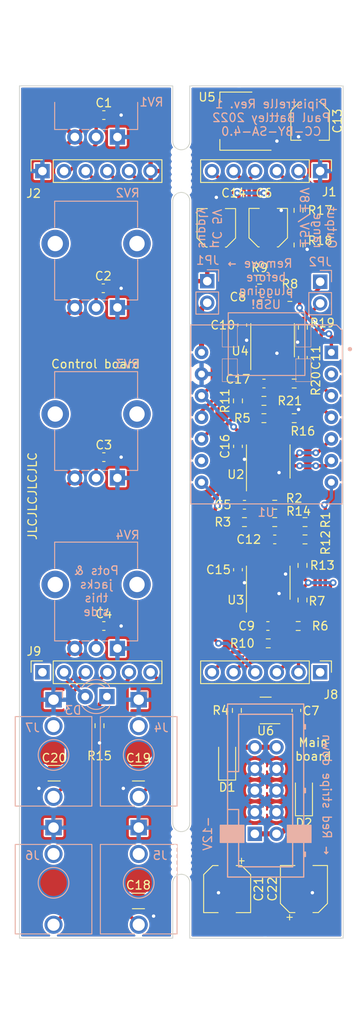
<source format=kicad_pcb>
(kicad_pcb (version 20211014) (generator pcbnew)
  (layers (0 "F.Cu" signal) (31 "B.Cu" signal) (34 "B.Paste" user) (35 "F.Paste" user) (36 "B.SilkS" user "B.Silkscreen") (37 "F.SilkS" user "F.Silkscreen") (38 "B.Mask" user) (39 "F.Mask" user) (44 "Edge.Cuts" user))
  (net 0 "")
  (net 1 "+12V")
  (net 2 "GND")
  (net 3 "+5V")
  (net 4 "/CONN_POTA")
  (net 5 "/CONN_POTB")
  (net 6 "/CONN_POTC")
  (net 7 "/CONN_POTD")
  (net 8 "/AUDIO_OUT")
  (net 9 "-12V")
  (net 10 "/VREF_-10")
  (net 11 "+3V3")
  (net 12 "/CV1_IN")
  (net 13 "/CV2_IN")
  (net 14 "/VOCT_IN")
  (net 15 "/JACK_VOCT")
  (net 16 "/JACK_CV1")
  (net 17 "/JACK_CV2")
  (net 18 "/JACK_OUT")
  (net 19 "Net-(C5-Pad1)")
  (net 20 "Net-(C8-Pad2)")
  (net 21 "Net-(C8-Pad1)")
  (net 22 "Net-(C9-Pad1)")
  (net 23 "Net-(C12-Pad1)")
  (net 29 "/CONN_LED")
  (net 30 "/LED")
  (net 31 "Net-(D3-Pad1)")
  (net 32 "GND1")
  (net 33 "/VBIAS")
  (net 34 "/CONN_CV1")
  (net 35 "/CONN_VOCT")
  (net 36 "/CONN_OUT")
  (net 37 "/CONN_CV2")
  (net 38 "/POTA_IN")
  (net 39 "/POTB_IN")
  (net 40 "/POTC_IN")
  (net 41 "/CONN_3V3")
  (net 42 "/POTD_IN")
  (net 44 "Net-(JP1-Pad2)")
  (net 45 "Net-(JP2-Pad2)")
  (net 46 "Net-(R16-Pad1)")
  (net 47 "Net-(U2-Pad6)")
  (net 48 "Net-(C17-Pad2)")
  (net 49 "Net-(C17-Pad1)")
  (net 52 "Net-(D1-Pad2)")
  (net 53 "Net-(D2-Pad1)")
  (footprint "Resistor_SMD:R_0603_1608Metric" (layer "F.Cu") (at 183.528 101.181 180)
    (fp_text reference "R1")
    (fp_text value "100k")
  )
  (footprint "Capacitor_SMD:C_0603_1608Metric" (layer "F.Cu") (at 178.704773 84.925)
    (fp_text reference "C17")
    (fp_text value "47p")
  )
  (footprint "Capacitor_SMD:CP_Elec_5x5.9" (layer "F.Cu") (at 183.401 144.234 90)
    (fp_text reference "C22")
    (fp_text value "22u")
  )
  (footprint "Resistor_SMD:R_0603_1608Metric" (layer "F.Cu") (at 178.194 72.733)
    (fp_text reference "R9")
    (fp_text value "100k")
  )
  (footprint "Resistor_SMD:R_0603_1608Metric" (layer "F.Cu") (at 179.972 101.181 180)
    (fp_text reference "R14")
    (fp_text value "56k")
  )
  (footprint "Capacitor_SMD:C_1206_3216Metric" (layer "F.Cu") (at 163.97 145.631)
    (fp_text reference "C18")
    (fp_text value "1n")
  )
  (footprint "Resistor_SMD:R_0603_1608Metric" (layer "F.Cu") (at 179.972 99.149 180)
    (fp_text reference "R2")
    (fp_text value "200k")
  )
  (footprint "Connector_PinSocket_2.54mm:PinSocket_1x06_P2.54mm_Vertical" (layer "F.Cu") (at 152.6964 60 90)
    (fp_text reference "J2")
    (fp_text value "C2F")
  )
  (footprint "Capacitor_SMD:C_1206_3216Metric" (layer "F.Cu") (at 154.064 130.645 180)
    (fp_text reference "C20")
    (fp_text value "1n")
  )
  (footprint "Resistor_SMD:R_0603_1608Metric" (layer "F.Cu") (at 182.766 68.669 -90)
    (fp_text reference "R18")
    (fp_text value "100k")
  )
  (footprint "Capacitor_SMD:C_0603_1608Metric" (layer "F.Cu") (at 182.512 123.279 -90)
    (fp_text reference "C7")
    (fp_text value "100n")
  )
  (footprint "Resistor_SMD:R_0603_1608Metric" (layer "F.Cu") (at 178.702 88.989)
    (fp_text reference "R5")
    (fp_text value "100k")
  )
  (footprint "Resistor_SMD:R_0603_1608Metric" (layer "F.Cu") (at 182.258 84.925)
    (fp_text reference "R20")
    (fp_text value "20k")
  )
  (footprint "Capacitor_SMD:C_0603_1608Metric" (layer "F.Cu") (at 176.416 99.149 180)
    (fp_text reference "C5")
    (fp_text value "47p")
  )
  (footprint "Resistor_SMD:R_0603_1608Metric" (layer "F.Cu") (at 182.766 64.605 -90)
    (fp_text reference "R17")
    (fp_text value "300k")
  )
  (footprint "Capacitor_SMD:C_0603_1608Metric" (layer "F.Cu") (at 176.162 78.067 -90)
    (fp_text reference "C10")
    (fp_text value "100n")
  )
  (footprint "Personal:Mouse_bite_2x5mm" (layer "F.Cu") (at 169 60 -90)
    (fp_text reference "H2" hide)
    (fp_text value "Mousebite" hide)
  )
  (footprint "Capacitor_SMD:C_0603_1608Metric" (layer "F.Cu") (at 175.654 106.769 -90)
    (fp_text reference "C15")
    (fp_text value "100n")
  )
  (footprint "Resistor_SMD:R_0603_1608Metric" (layer "F.Cu") (at 182.258 88.989)
    (fp_text reference "R16")
    (fp_text value "100k")
  )
  (footprint "Capacitor_SMD:C_0603_1608Metric" (layer "F.Cu") (at 159.906 113.373)
    (fp_text reference "C4")
    (fp_text value "100n")
  )
  (footprint "Connector_PinHeader_2.54mm:PinHeader_1x06_P2.54mm_Vertical" (layer "F.Cu") (at 185.3 118.8 -90)
    (fp_text reference "J8")
    (fp_text value "C1M")
  )
  (footprint "Resistor_SMD:R_0603_1608Metric" (layer "F.Cu") (at 159.398 125.0692 -90)
    (fp_text reference "R15")
    (fp_text value "1k")
  )
  (footprint "Resistor_SMD:R_0603_1608Metric" (layer "F.Cu") (at 179.21 115.405 180)
    (fp_text reference "R10")
    (fp_text value "33k")
  )
  (footprint "Resistor_SMD:R_0603_1608Metric" (layer "F.Cu") (at 175.527 123.279 90)
    (fp_text reference "R4")
    (fp_text value "2.2k")
  )
  (footprint "Capacitor_SMD:C_Elec_4x5.4" (layer "F.Cu") (at 184.1264 54.1199 -90)
    (fp_text reference "C13")
    (fp_text value "10u")
  )
  (footprint "Capacitor_SMD:C_0603_1608Metric" (layer "F.Cu") (at 178.194 74.765)
    (fp_text reference "C8")
    (fp_text value "47p")
  )
  (footprint "Capacitor_SMD:C_1206_3216Metric" (layer "F.Cu") (at 163.97 130.645 180)
    (fp_text reference "C19")
    (fp_text value "1n")
  )
  (footprint "Capacitor_SMD:C_Elec_4x5.4" (layer "F.Cu") (at 173.114 66.6573 90)
    (fp_text reference "C14")
    (fp_text value "10u")
  )
  (footprint "Connector_PinHeader_2.54mm:PinHeader_1x06_P2.54mm_Vertical" (layer "F.Cu") (at 185.3 60 -90)
    (fp_text reference "J1")
    (fp_text value "C2M")
  )
  (footprint "Package_SO:SOIC-8_3.9x4.9mm_P1.27mm" (layer "F.Cu") (at 179.21 108.293 90)
    (fp_text reference "U3")
    (fp_text value "MCP6002-xSN")
  )
  (footprint "Capacitor_SMD:C_0603_1608Metric" (layer "F.Cu") (at 159.8419 73.749)
    (fp_text reference "C2")
    (fp_text value "100n")
  )
  (footprint "Resistor_SMD:R_0603_1608Metric" (layer "F.Cu") (at 183.528 103.213 180)
    (fp_text reference "R12")
    (fp_text value "100k")
  )
  (footprint "Package_TO_SOT_SMD:SOT-223-3_TabPin2" (layer "F.Cu") (at 175.4392 54.139 180)
    (fp_text reference "U5")
    (fp_text value "LM1117-5.0")
  )
  (footprint "Connector_PinSocket_2.54mm:PinSocket_1x06_P2.54mm_Vertical" (layer "F.Cu") (at 152.6964 118.8 90)
    (fp_text reference "J9")
    (fp_text value "C1F")
  )
  (footprint "Personal:Mouse_bite_2x5mm" (layer "F.Cu") (at 169 140 90)
    (fp_text reference "H1" hide)
    (fp_text value "Mousebite" hide)
  )
  (footprint "Capacitor_SMD:C_0603_1608Metric" (layer "F.Cu") (at 183.274 81.877 -90)
    (fp_text reference "C11")
    (fp_text value "100n")
  )
  (footprint "Resistor_SMD:R_0603_1608Metric" (layer "F.Cu") (at 181.75 74.765)
    (fp_text reference "R8")
    (fp_text value "100k")
  )
  (footprint "Resistor_SMD:R_0603_1608Metric" (layer "F.Cu") (at 183.23244 106.261 90)
    (fp_text reference "R13")
    (fp_text value "180k")
  )
  (footprint "Resistor_SMD:R_0603_1608Metric" (layer "F.Cu") (at 183.274 78.321 90)
    (fp_text reference "R19")
    (fp_text value "13k")
  )
  (footprint "Personal:SOD-123FL" (layer "F.Cu") (at 174.384 129.248 90)
    (fp_text reference "D1")
    (fp_text value "SM4007PL")
  )
  (footprint "Resistor_SMD:R_0603_1608Metric" (layer "F.Cu") (at 176.416 101.181 180)
    (fp_text reference "R3")
    (fp_text value "33k")
  )
  (footprint "Resistor_SMD:R_0603_1608Metric" (layer "F.Cu") (at 183.23244 110.325 -90)
    (fp_text reference "R7")
    (fp_text value "200k")
  )
  (footprint "Resistor_SMD:R_0603_1608Metric" (layer "F.Cu") (at 178.702 86.957)
    (fp_text reference "R21")
    (fp_text value "100k")
  )
  (footprint "Capacitor_SMD:C_0603_1608Metric" (layer "F.Cu") (at 179.16844 113.373 180)
    (fp_text reference "C9")
    (fp_text value "47p")
  )
  (footprint "Capacitor_SMD:C_0603_1608Metric" (layer "F.Cu") (at 179.972 103.213 180)
    (fp_text reference "C12")
    (fp_text value "47p")
  )
  (footprint "Capacitor_SMD:C_0603_1608Metric" (layer "F.Cu") (at 159.906 53.429)
    (fp_text reference "C1")
    (fp_text value "100n")
  )
  (footprint "Personal:SOD-123FL" (layer "F.Cu") (at 183.401 133.439 90)
    (fp_text reference "D2")
    (fp_text value "SM4007PL")
  )
  (footprint "Capacitor_SMD:C_Elec_4x5.4" (layer "F.Cu") (at 179.21 66.637 90)
    (fp_text reference "C6")
    (fp_text value "1u")
  )
  (footprint "Resistor_SMD:R_0603_1608Metric" (layer "F.Cu") (at 175.654 86.957 90)
    (fp_text reference "R11")
    (fp_text value "1k")
  )
  (footprint "Capacitor_SMD:CP_Elec_5x5.9" (layer "F.Cu") (at 174.384 144.24 -90)
    (fp_text reference "C21")
    (fp_text value "22u")
  )
  (footprint "Capacitor_SMD:C_0603_1608Metric" (layer "F.Cu") (at 175.654 92.291 -90)
    (fp_text reference "C16")
    (fp_text value "100n")
  )
  (footprint "Package_SO:SOIC-8_3.9x4.9mm_P1.27mm" (layer "F.Cu") (at 179.718 79.845 90)
    (fp_text reference "U4")
    (fp_text value "TL072")
  )
  (footprint "Capacitor_SMD:C_0603_1608Metric" (layer "F.Cu") (at 159.906 93.561)
    (fp_text reference "C3")
    (fp_text value "100n")
  )
  (footprint "Package_TO_SOT_SMD:SOT-23" (layer "F.Cu") (at 178.9029 123.279 180)
    (fp_text reference "U6")
    (fp_text value "LM4040DBZ-10")
  )
  (footprint "Resistor_SMD:R_0603_1608Metric" (layer "F.Cu") (at 182.72444 113.373 180)
    (fp_text reference "R6")
    (fp_text value "100k")
  )
  (footprint "Package_SO:SOIC-8_3.9x4.9mm_P1.27mm" (layer "F.Cu") (at 179.21 94.069 90)
    (fp_text reference "U2")
    (fp_text value "MCP6002-xSN")
  )
  (footprint "Personal:Seeeduino_XIAO_THT" (layer "B.Cu") (at 179 88.8874 180)
    (fp_text reference "U1")
    (fp_text value "SeeeduinoXIAO")
  )
  (footprint "Personal:Thonkiconn" (layer "B.Cu") (at 164 143.5 180)
    (fp_text reference "J5")
    (fp_text value "V/OCT")
  )
  (footprint "Personal:Thonkiconn" (layer "B.Cu") (at 154 143.5 180)
    (fp_text reference "J6")
    (fp_text value "OUT")
  )
  (footprint "Connector_PinHeader_2.54mm:PinHeader_1x02_P2.54mm_Vertical" (layer "B.Cu") (at 172.0472 72.9108 180)
    (fp_text reference "JP1")
    (fp_text value "5V")
  )
  (footprint "Personal:Thonkiconn" (layer "B.Cu") (at 164 128.5 180)
    (fp_text reference "J4")
    (fp_text value "CV1")
  )
  (footprint "Personal:Eurorack_10_pin_header" (layer "B.Cu") (at 177.6352 137.757 90)
    (fp_text reference "J3" hide)
    (fp_text value "Eurorack Power")
  )
  (footprint "Personal:Thonkiconn" (layer "B.Cu") (at 154 128.5 180)
    (fp_text reference "J7")
    (fp_text value "CV2")
  )
  (footprint "Connector_PinHeader_2.54mm:PinHeader_1x02_P2.54mm_Vertical" (layer "B.Cu") (at 185.306 72.982 180)
    (fp_text reference "JP2")
    (fp_text value "Output range")
  )
  (footprint "LED_THT:LED_D3.0mm" (layer "B.Cu") (at 160.2666 121.6534 180)
    (fp_text reference "D3")
    (fp_text value "LED")
  )
  (footprint "Personal:Alpha_9mm_Pot" (layer "B.Cu") (at 159 68.5 180)
    (fp_text reference "RV2")
    (fp_text value "B10k")
  )
  (footprint "Personal:Alpha_9mm_Pot" (layer "B.Cu") (at 159 108.5 180)
    (fp_text reference "RV4")
    (fp_text value "B10k")
  )
  (footprint "Personal:Alpha_9mm_Pot_Overhanging" (layer "B.Cu") (at 159 48.5 180)
    (fp_text reference "RV1")
    (fp_text value "B10k")
  )
  (footprint "Personal:Alpha_9mm_Pot" (layer "B.Cu") (at 159 88.5 180)
    (fp_text reference "RV3")
    (fp_text value "B10k")
  )
  (gr_line (start 150 50) (end 168 50) (layer "Edge.Cuts") (width 0.1))
  (gr_line (start 168 150) (end 150 150) (layer "Edge.Cuts") (width 0.1))
  (gr_arc (start 168 63.5) (mid 169 62.5) (end 170 63.5) (layer "Edge.Cuts") (width 0.1))
  (gr_line (start 168 136.5) (end 168 63.5) (layer "Edge.Cuts") (width 0.1))
  (gr_line (start 170 56.5) (end 170 50) (layer "Edge.Cuts") (width 0.1))
  (gr_line (start 188 150) (end 188 50) (layer "Edge.Cuts") (width 0.1))
  (gr_arc (start 168 143.5) (mid 169 142.5) (end 170 143.5) (layer "Edge.Cuts") (width 0.1))
  (gr_line (start 188 150) (end 170 150) (layer "Edge.Cuts") (width 0.1))
  (gr_arc (start 170 56.5) (mid 169 57.5) (end 168 56.5) (layer "Edge.Cuts") (width 0.1))
  (gr_line (start 168 143.5) (end 168 150) (layer "Edge.Cuts") (width 0.1))
  (gr_line (start 170 50) (end 188 50) (layer "Edge.Cuts") (width 0.1))
  (gr_line (start 150 150) (end 150 50) (layer "Edge.Cuts") (width 0.1))
  (gr_line (start 170 150) (end 170 143.5) (layer "Edge.Cuts") (width 0.1))
  (gr_line (start 168 50) (end 168 56.5) (layer "Edge.Cuts") (width 0.1))
  (gr_line (start 170 63.5) (end 170 136.5) (layer "Edge.Cuts") (width 0.1))
  (gr_arc (start 170 136.5) (mid 169 137.5) (end 168 136.5) (layer "Edge.Cuts") (width 0.1))
  (gr_text "← Red stripe down" (at 186.0934 133.185 270) (layer "B.SilkS") (effects (font (size 1 1) (thickness 0.1524)) (justify mirror)))
  (gr_text "Pots &\njacks\nthis\nside" (at 159.017 109.2836) (layer "B.SilkS") (effects (font (size 1 1) (thickness 0.1524)) (justify mirror)))
  (gr_text "µC 5V\nsupply" (at 172.352 69.177 270) (layer "B.SilkS") (effects (font (size 1 1) (thickness 0.1524)) (justify left mirror)))
  (gr_text "Output\nrange\n±5V/±8V" (at 185.052 69.177 270) (layer "B.SilkS") (effects (font (size 1 1) (thickness 0.1524)) (justify left mirror)))
  (gr_text "  Remove →\nbefore\nplugging\nUSB!" (at 178.956 73.241) (layer "B.SilkS") (effects (font (size 1 1) (thickness 0.1524)) (justify mirror)))
  (gr_text "Pipistrelle Rev. 1\nPaul Battley 2022\nCC-BY-SA-4.0" (at 179.5656 53.7338) (layer "B.SilkS") (effects (font (size 1 1) (thickness 0.1524)) (justify mirror)))
  (gr_text "JLCJLCJLCJLC" (at 151.524 98.133 90) (layer "F.SilkS") (effects (font (size 1 1))))
  (gr_text "Main\nboard" (at 184.4932 127.851) (layer "F.SilkS") (effects (font (size 1 1) (thickness 0.1524))))
  (gr_text "Control board" (at 158.9408 82.639) (layer "F.SilkS") (effects (font (size 1 1) (thickness 0.1524))))
  (segment (start 176.162 77.292) (end 176.24 77.37) (width 0.4) (layer "F.Cu") (net 1))
  (segment (start 176.24 77.37) (end 177.813 77.37) (width 0.4) (layer "F.Cu") (net 1))
  (segment (start 178.5892 51.839) (end 178.8392 51.839) (width 0.4) (layer "F.Cu") (net 1))
  (segment (start 176.416 108.293) (end 176.403 108.293) (width 0.4) (layer "F.Cu") (net 2))
  (segment (start 184.1264 55.7949) (end 182.9401 55.7949) (width 0.4) (layer "F.Cu") (net 2))
  (segment (start 173.368 144.6658) (end 174.384 145.6818) (width 0.4) (layer "F.Cu") (net 2))
  (segment (start 181.115 105.818) (end 181.115 107.15) (width 0.25) (layer "F.Cu") (net 2))
  (segment (start 181.115 110.768) (end 181.115 110.198) (width 0.4) (layer "F.Cu") (net 2))
  (segment (start 183.465 69.494) (end 183.782 69.177) (width 0.4) (layer "F.Cu") (net 2))
  (segment (start 182.660744 80.488744) (end 183.274 81.102) (width 0.4) (layer "F.Cu") (net 2))
  (segment (start 180.377 64.962) (end 180.734 64.605) (width 0.4) (layer "F.Cu") (net 2))
  (segment (start 182.9401 55.7949) (end 182.766 55.969) (width 0.4) (layer "F.Cu") (net 2))
  (segment (start 178.5892 56.439) (end 180.188 56.439) (width 0.4) (layer "F.Cu") (net 2))
  (segment (start 183.401 145.6564) (end 183.401 147.034) (width 0.4) (layer "F.Cu") (net 2))
  (segment (start 176.67 79.845) (end 176.162 79.337) (width 0.4) (layer "F.Cu") (net 2))
  (segment (start 176.403 108.293) (end 175.654 107.544) (width 0.4) (layer "F.Cu") (net 2))
  (segment (start 180.226 81.369) (end 180.353 81.496) (width 0.4) (layer "F.Cu") (net 2))
  (segment (start 180.353 81.496) (end 180.353 82.32) (width 0.4) (layer "F.Cu") (net 2))
  (segment (start 176.416 93.815) (end 176.403 93.815) (width 0.4) (layer "F.Cu") (net 2))
  (segment (start 182.766 87.973) (end 183.083 88.29) (width 0.4) (layer "F.Cu") (net 2))
  (segment (start 179.21 64.962) (end 180.377 64.962) (width 0.4) (layer "F.Cu") (net 2))
  (segment (start 182.660744 80.07042) (end 182.660744 80.488744) (width 0.4) (layer "F.Cu") (net 2))
  (segment (start 173.114 64.9823) (end 173.114 63.081) (width 0.4) (layer "F.Cu") (net 2))
  (segment (start 176.403 93.815) (end 175.654 93.066) (width 0.4) (layer "F.Cu") (net 2))
  (segment (start 179.845 110.198) (end 180.48 109.563) (width 0.4) (layer "F.Cu") (net 2))
  (segment (start 184.3916 144.6658) (end 183.401 145.6564) (width 0.4) (layer "F.Cu") (net 2))
  (segment (start 181.115 96.0115) (end 181.115 96.544) (width 0.4) (layer "F.Cu") (net 2))
  (segment (start 183.083 88.29) (end 183.083 88.989) (width 0.4) (layer "F.Cu") (net 2))
  (segment (start 180.48 95.3765) (end 179.845 96.0115) (width 0.4) (layer "F.Cu") (net 2))
  (segment (start 180.188 56.439) (end 180.226 56.477) (width 0.4) (layer "F.Cu") (net 2))
  (segment (start 181.115 107.15) (end 181.242 107.277) (width 0.25) (layer "F.Cu") (net 2))
  (segment (start 179.845 96.0115) (end 179.845 96.544) (width 0.4) (layer "F.Cu") (net 2))
  (segment (start 176.162 79.337) (end 176.162 78.842) (width 0.4) (layer "F.Cu") (net 2))
  (segment (start 181.115 110.198) (end 180.48 109.563) (width 0.4) (layer "F.Cu") (net 2))
  (segment (start 182.766 69.494) (end 183.465 69.494) (width 0.4) (layer "F.Cu") (net 2))
  (segment (start 174.384 145.6818) (end 174.384 147.04) (width 0.4) (layer "F.Cu") (net 2))
  (segment (start 179.845 110.768) (end 179.845 110.198) (width 0.4) (layer "F.Cu") (net 2))
  (segment (start 180.48 95.3765) (end 181.115 96.0115) (width 0.4) (layer "F.Cu") (net 2))
  (via (at 180.48 109.563) (size 0.8) (drill 0.4) (layers "F.Cu" "B.Cu") (net 2))
  (via (at 173.114 63.081) (size 0.8) (drill 0.4) (layers "F.Cu" "B.Cu") (net 2))
  (via (at 176.416 108.293) (size 0.8) (drill 0.4) (layers "F.Cu" "B.Cu") (net 2))
  (via (at 173.368 144.6658) (size 0.8) (drill 0.4) (layers "F.Cu" "B.Cu") (net 2))
  (via (at 181.242 107.277) (size 0.8) (drill 0.4) (layers "F.Cu" "B.Cu") (net 2))
  (via (at 184.3916 144.6658) (size 0.8) (drill 0.4) (layers "F.Cu" "B.Cu") (net 2))
  (via (at 183.782 69.177) (size 0.8) (drill 0.4) (layers "F.Cu" "B.Cu") (net 2))
  (via (at 180.226 56.477) (size 0.8) (drill 0.4) (layers "F.Cu" "B.Cu") (net 2))
  (via (at 180.48 95.3765) (size 0.8) (drill 0.4) (layers "F.Cu" "B.Cu") (net 2))
  (via (at 182.766 55.969) (size 0.8) (drill 0.4) (layers "F.Cu" "B.Cu") (net 2))
  (via (at 180.226 81.369) (size 0.8) (drill 0.4) (layers "F.Cu" "B.Cu") (net 2))
  (via (at 176.67 79.845) (size 0.8) (drill 0.4) (layers "F.Cu" "B.Cu") (net 2))
  (via (at 176.416 93.815) (size 0.8) (drill 0.4) (layers "F.Cu" "B.Cu") (net 2))
  (via (at 180.734 64.605) (size 0.8) (drill 0.4) (layers "F.Cu" "B.Cu") (net 2))
  (via (at 182.766 87.973) (size 0.8) (drill 0.4) (layers "F.Cu" "B.Cu") (net 2))
  (via (at 182.660744 80.07042) (size 0.8) (drill 0.4) (layers "F.Cu" "B.Cu") (net 2))
  (segment (start 172.2892 54.139) (end 178.5892 54.139) (width 0.6) (layer "F.Cu") (net 3))
  (segment (start 159.0048 55.9952) (end 159 56) (width 0.4) (layer "F.Cu") (net 4))
  (segment (start 159 56.8628) (end 155.8628 60) (width 0.4) (layer "F.Cu") (net 4))
  (segment (start 155.8628 60) (end 155.19 60) (width 0.4) (layer "F.Cu") (net 4))
  (segment (start 159.0048 53.1496) (end 159.0048 55.9952) (width 0.4) (layer "F.Cu") (net 4))
  (segment (start 159 61.2236) (end 157.7764 60) (width 0.4) (layer "F.Cu") (net 5))
  (segment (start 159 76) (end 159 61.2236) (width 0.4) (layer "F.Cu") (net 5))
  (segment (start 159 82.4152) (end 159 96) (width 0.4) (layer "F.Cu") (net 6))
  (segment (start 161.12 70.532907) (end 163.8562 73.269107) (width 0.4) (layer "F.Cu") (net 6))
  (segment (start 161.12 60.85) (end 161.12 70.532907) (width 0.4) (layer "F.Cu") (net 6))
  (segment (start 160.27 60) (end 161.12 60.85) (width 0.4) (layer "F.Cu") (net 6))
  (segment (start 163.8562 77.559) (end 159 82.4152) (width 0.4) (layer "F.Cu") (net 6))
  (segment (start 163.8562 73.269107) (end 163.8562 77.559) (width 0.4) (layer "F.Cu") (net 6))
  (segment (start 162.81 60) (end 166.51 63.7) (width 0.4) (layer "F.Cu") (net 7))
  (segment (start 159 108.0438) (end 159 116) (width 0.4) (layer "F.Cu") (net 7))
  (segment (start 166.51 100.5338) (end 159 108.0438) (width 0.4) (layer "F.Cu") (net 7))
  (segment (start 166.51 63.7) (end 166.51 100.5338) (width 0.4) (layer "F.Cu") (net 7))
  (segment (start 182.89098 75.08098) (end 182.575 74.765) (width 0.4) (layer "F.Cu") (net 8))
  (segment (start 182.89098 76.035) (end 182.89098 75.08098) (width 0.4) (layer "F.Cu") (net 8))
  (segment (start 186.62 79.381) (end 186.322 79.083) (width 0.4) (layer "F.Cu") (net 8))
  (segment (start 186.62 81.2674) (end 186.62 79.381) (width 0.4) (layer "F.Cu") (net 8))
  (via (at 186.322 79.083) (size 0.8) (drill 0.4) (layers "F.Cu" "B.Cu") (net 8))
  (via (at 182.89098 76.035) (size 0.8) (drill 0.4) (layers "F.Cu" "B.Cu") (net 8))
  (segment (start 182.89098 76.289) (end 185.68498 79.083) (width 0.4) (layer "B.Cu") (net 8))
  (segment (start 185.68498 79.083) (end 186.322 79.083) (width 0.4) (layer "B.Cu") (net 8))
  (segment (start 182.89098 76.035) (end 182.89098 76.289) (width 0.4) (layer "B.Cu") (net 8))
  (segment (start 183.274 82.652) (end 181.955 82.652) (width 0.4) (layer "F.Cu") (net 9))
  (segment (start 181.955 82.652) (end 181.623 82.32) (width 0.4) (layer "F.Cu") (net 9))
  (segment (start 186.50504 114.283798) (end 184.009511 116.779327) (width 0.4) (layer "F.Cu") (net 10))
  (segment (start 184.10696 106.21148) (end 184.10696 104.987671) (width 0.4) (layer "F.Cu") (net 10))
  (segment (start 183.23244 109.5) (end 183.23244 108.96754) (width 0.4) (layer "F.Cu") (net 10))
  (segment (start 179.8404 122.329) (end 182.337 122.329) (width 0.4) (layer "F.Cu") (net 10))
  (segment (start 183.23244 107.086) (end 183.23244 107.61846) (width 0.4) (layer "F.Cu") (net 10))
  (segment (start 183.55348 100.69848) (end 182.004 99.149) (width 0.4) (layer "F.Cu") (net 10))
  (segment (start 184.009511 116.779327) (end 184.009511 121.006489) (width 0.4) (layer "F.Cu") (net 10))
  (segment (start 182.004 99.149) (end 180.797 99.149) (width 0.4) (layer "F.Cu") (net 10))
  (segment (start 184.009511 121.006489) (end 182.512 122.504) (width 0.4) (layer "F.Cu") (net 10))
  (segment (start 184.10696 104.987671) (end 183.55348 104.434191) (width 0.4) (layer "F.Cu") (net 10))
  (segment (start 183.23244 107.086) (end 184.10696 106.21148) (width 0.4) (layer "F.Cu") (net 10))
  (segment (start 183.23244 108.96754) (end 183.90698 108.293) (width 0.4) (layer "F.Cu") (net 10))
  (segment (start 175.652 122.329) (end 175.527 122.454) (width 0.4) (layer "F.Cu") (net 10))
  (segment (start 183.55348 104.434191) (end 183.55348 100.69848) (width 0.4) (layer "F.Cu") (net 10))
  (segment (start 183.23244 107.61846) (end 183.90698 108.293) (width 0.4) (layer "F.Cu") (net 10))
  (segment (start 186.83 108.293) (end 186.50504 108.61796) (width 0.4) (layer "F.Cu") (net 10))
  (segment (start 179.8404 122.329) (end 175.652 122.329) (width 0.4) (layer "F.Cu") (net 10))
  (segment (start 186.50504 108.61796) (end 186.50504 114.283798) (width 0.4) (layer "F.Cu") (net 10))
  (segment (start 182.337 122.329) (end 182.512 122.504) (width 0.4) (layer "F.Cu") (net 10))
  (via (at 183.90698 108.293) (size 0.8) (drill 0.4) (layers "F.Cu" "B.Cu") (net 10))
  (via (at 186.83 108.293) (size 0.8) (drill 0.4) (layers "F.Cu" "B.Cu") (net 10))
  (segment (start 183.90698 108.293) (end 186.83 108.293) (width 0.4) (layer "B.Cu") (net 10))
  (segment (start 175.76568 62.77298) (end 175.5657 62.573) (width 0.4) (layer "F.Cu") (net 11))
  (segment (start 175.76568 69.06532) (end 173.296711 71.534289) (width 0.4) (layer "F.Cu") (net 11))
  (segment (start 173.296711 76.106289) (end 172.64672 76.75628) (width 0.4) (layer "F.Cu") (net 11))
  (segment (start 174.03848 104.37848) (end 175.654 105.994) (width 0.4) (layer "F.Cu") (net 11))
  (segment (start 178.702 62.573) (end 181.559 62.573) (width 0.4) (layer "F.Cu") (net 11))
  (segment (start 172.64672 76.75628) (end 172.64672 85.08068) (width 0.4) (layer "F.Cu") (net 11))
  (segment (start 175.5657 62.573) (end 175.173 62.573) (width 0.4) (layer "F.Cu") (net 11))
  (segment (start 175.146 90.005) (end 175.654 90.513) (width 0.4) (layer "F.Cu") (net 11))
  (segment (start 173.296711 71.534289) (end 173.296711 76.106289) (width 0.4) (layer "F.Cu") (net 11))
  (segment (start 175.654 91.516) (end 175.654 91.529) (width 0.4) (layer "F.Cu") (net 11))
  (segment (start 175.654 91.529) (end 174.03848 93.14452) (width 0.4) (layer "F.Cu") (net 11))
  (segment (start 175.173 62.573) (end 172.6 60) (width 0.4) (layer "F.Cu") (net 11))
  (segment (start 175.654 91.516) (end 175.732 91.594) (width 0.4) (layer "F.Cu") (net 11))
  (segment (start 181.559 62.573) (end 182.766 63.78) (width 0.4) (layer "F.Cu") (net 11))
  (segment (start 175.654 105.994) (end 177.129 105.994) (width 0.4) (layer "F.Cu") (net 11))
  (segment (start 172.64672 85.08068) (end 171.38 86.3474) (width 0.4) (layer "F.Cu") (net 11))
  (segment (start 175.654 90.513) (end 175.654 91.516) (width 0.4) (layer "F.Cu") (net 11))
  (segment (start 175.732 91.594) (end 177.305 91.594) (width 0.4) (layer "F.Cu") (net 11))
  (segment (start 175.76568 69.06532) (end 175.76568 62.77298) (width 0.4) (layer "F.Cu") (net 11))
  (segment (start 177.305 89.561) (end 177.877 88.989) (width 0.4) (layer "F.Cu") (net 11))
  (segment (start 177.129 105.994) (end 177.305 105.818) (width 0.4) (layer "F.Cu") (net 11))
  (segment (start 177.305 91.594) (end 177.305 89.561) (width 0.4) (layer "F.Cu") (net 11))
  (segment (start 174.03848 93.14452) (end 174.03848 104.37848) (width 0.4) (layer "F.Cu") (net 11))
  (via (at 175.5657 62.573) (size 0.8) (drill 0.4) (layers "F.Cu" "B.Cu") (net 11))
  (via (at 175.146 90.005) (size 0.8) (drill 0.4) (layers "F.Cu" "B.Cu") (net 11))
  (via (at 178.702 62.573) (size 0.8) (drill 0.4) (layers "F.Cu" "B.Cu") (net 11))
  (segment (start 178.702 62.573) (end 175.5657 62.573) (width 0.4) (layer "B.Cu") (net 11))
  (segment (start 175.146 90.005) (end 171.4884 86.3474) (width 0.4) (layer "B.Cu") (net 11))
  (segment (start 171.4884 86.3474) (end 171.38 86.3474) (width 0.4) (layer "B.Cu") (net 11))
  (segment (start 177.305 110.768) (end 177.305 112.28456) (width 0.4) (layer "F.Cu") (net 12))
  (segment (start 177.305 112.28456) (end 178.39344 113.373) (width 0.4) (layer "F.Cu") (net 12))
  (segment (start 172.987 99.52798) (end 172.987 106.45) (width 0.4) (layer "F.Cu") (net 12))
  (segment (start 173.23898 99.276) (end 172.987 99.52798) (width 0.4) (layer "F.Cu") (net 12))
  (segment (start 178.385 115.405) (end 178.385 113.38144) (width 0.4) (layer "F.Cu") (net 12))
  (segment (start 172.987 106.45) (end 177.305 110.768) (width 0.4) (layer "F.Cu") (net 12))
  (segment (start 178.385 113.38144) (end 178.39344 113.373) (width 0.4) (layer "F.Cu") (net 12))
  (via (at 173.23898 99.276) (size 0.8) (drill 0.4) (layers "F.Cu" "B.Cu") (net 12))
  (segment (start 173.23898 98.36638) (end 171.38 96.5074) (width 0.4) (layer "B.Cu") (net 12))
  (segment (start 173.23898 99.276) (end 173.23898 98.36638) (width 0.4) (layer "B.Cu") (net 12))
  (segment (start 175.641 98.208) (end 177.305 96.544) (width 0.4) (layer "F.Cu") (net 13))
  (segment (start 178.2387 94.577) (end 177.305 95.5107) (width 0.4) (layer "F.Cu") (net 13))
  (segment (start 175.591 101.181) (end 175.641 101.131) (width 0.4) (layer "F.Cu") (net 13))
  (segment (start 175.641 101.131) (end 175.641 99.149) (width 0.4) (layer "F.Cu") (net 13))
  (segment (start 184.798 94.577) (end 186.0104 94.577) (width 0.4) (layer "F.Cu") (net 13))
  (segment (start 175.641 99.149) (end 175.641 98.208) (width 0.4) (layer "F.Cu") (net 13))
  (segment (start 177.305 95.5107) (end 177.305 96.544) (width 0.4) (layer "F.Cu") (net 13))
  (segment (start 182.893 94.577) (end 178.2387 94.577) (width 0.4) (layer "F.Cu") (net 13))
  (segment (start 186.0104 94.577) (end 186.62 93.9674) (width 0.4) (layer "F.Cu") (net 13))
  (via (at 184.798 94.577) (size 0.8) (drill 0.4) (layers "F.Cu" "B.Cu") (net 13))
  (via (at 182.893 94.577) (size 0.8) (drill 0.4) (layers "F.Cu" "B.Cu") (net 13))
  (segment (start 184.798 94.577) (end 182.893 94.577) (width 0.4) (layer "B.Cu") (net 13))
  (segment (start 179.197 101.231) (end 179.197 103.213) (width 0.4) (layer "F.Cu") (net 14))
  (segment (start 178.575 103.835) (end 178.575 105.818) (width 0.4) (layer "F.Cu") (net 14))
  (segment (start 182.893 93.053) (end 181.96852 93.97748) (width 0.4) (layer "F.Cu") (net 14))
  (segment (start 177.682618 104.44348) (end 178.575 105.335862) (width 0.4) (layer "F.Cu") (net 14))
  (segment (start 184.798 93.053) (end 184.9944 93.053) (width 0.4) (layer "F.Cu") (net 14))
  (segment (start 174.638 101.943) (end 177.13848 104.44348) (width 0.4) (layer "F.Cu") (net 14))
  (segment (start 177.13848 104.44348) (end 177.682618 104.44348) (width 0.4) (layer "F.Cu") (net 14))
  (segment (start 178.575 105.335862) (end 178.575 105.818) (width 0.4) (layer "F.Cu") (net 14))
  (segment (start 181.96852 93.97748) (end 177.99037 93.97748) (width 0.4) (layer "F.Cu") (net 14))
  (segment (start 179.147 101.181) (end 179.197 101.231) (width 0.4) (layer "F.Cu") (net 14))
  (segment (start 177.99037 93.97748) (end 174.638 97.32985) (width 0.4) (layer "F.Cu") (net 14))
  (segment (start 184.9944 93.053) (end 186.62 91.4274) (width 0.4) (layer "F.Cu") (net 14))
  (segment (start 174.638 97.32985) (end 174.638 101.943) (width 0.4) (layer "F.Cu") (net 14))
  (segment (start 179.197 103.213) (end 178.575 103.835) (width 0.4) (layer "F.Cu") (net 14))
  (via (at 184.798 93.053) (size 0.8) (drill 0.4) (layers "F.Cu" "B.Cu") (net 14))
  (via (at 182.893 93.053) (size 0.8) (drill 0.4) (layers "F.Cu" "B.Cu") (net 14))
  (segment (start 182.893 93.053) (end 184.798 93.053) (width 0.4) (layer "B.Cu") (net 14))
  (segment (start 176.91948 117.02052) (end 181.224769 117.02052) (width 0.4) (layer "F.Cu") (net 15))
  (segment (start 181.224769 117.02052) (end 184.70648 113.538809) (width 0.4) (layer "F.Cu") (net 15))
  (segment (start 184.70648 103.56648) (end 184.353 103.213) (width 0.4) (layer "F.Cu") (net 15))
  (segment (start 184.70648 113.538809) (end 184.70648 103.56648) (width 0.4) (layer "F.Cu") (net 15))
  (segment (start 175.14 118.8) (end 176.91948 117.02052) (width 0.4) (layer "F.Cu") (net 15))
  (segment (start 183.54944 113.847999) (end 180.976439 116.421) (width 0.4) (layer "F.Cu") (net 16))
  (segment (start 183.54944 113.373) (end 183.54944 113.847999) (width 0.4) (layer "F.Cu") (net 16))
  (segment (start 180.976439 116.421) (end 174.979 116.421) (width 0.4) (layer "F.Cu") (net 16))
  (segment (start 174.979 116.421) (end 172.6 118.8) (width 0.4) (layer "F.Cu") (net 16))
  (segment (start 180.293139 118.8) (end 180.22 118.8) (width 0.4) (layer "F.Cu") (net 17))
  (segment (start 185.306 102.134) (end 185.306 113.787139) (width 0.4) (layer "F.Cu") (net 17))
  (segment (start 185.306 113.787139) (end 180.293139 118.8) (width 0.4) (layer "F.Cu") (net 17))
  (segment (start 184.353 101.181) (end 185.306 102.134) (width 0.4) (layer "F.Cu") (net 17))
  (segment (start 174.346489 89.658546) (end 175.654 88.351035) (width 0.4) (layer "F.Cu") (net 18))
  (segment (start 175.654 88.351035) (end 175.654 87.782) (width 0.4) (layer "F.Cu") (net 18))
  (segment (start 173.43896 92.896191) (end 174.346489 91.988661) (width 0.4) (layer "F.Cu") (net 18))
  (segment (start 174.346489 91.988661) (end 174.346489 89.658546) (width 0.4) (layer "F.Cu") (net 18))
  (segment (start 172.352 98.895) (end 173.43896 97.80804) (width 0.4) (layer "F.Cu") (net 18))
  (segment (start 172.352 114.389) (end 172.352 98.895) (width 0.4) (layer "F.Cu") (net 18))
  (segment (start 173.368 115.405) (end 172.352 114.389) (width 0.4) (layer "F.Cu") (net 18))
  (segment (start 173.43896 97.80804) (end 173.43896 92.896191) (width 0.4) (layer "F.Cu") (net 18))
  (via (at 173.368 115.405) (size 0.8) (drill 0.4) (layers "F.Cu" "B.Cu") (net 18))
  (segment (start 177.68 118.701) (end 177.68 118.8) (width 0.4) (layer "B.Cu") (net 18))
  (segment (start 173.368 115.405) (end 174.384 115.405) (width 0.4) (layer "B.Cu") (net 18))
  (segment (start 174.384 115.405) (end 177.68 118.701) (width 0.4) (layer "B.Cu") (net 18))
  (segment (start 179.006 99.149) (end 178.575 98.718) (width 0.4) (layer "F.Cu") (net 19))
  (segment (start 180.08452 100.02352) (end 179.21 99.149) (width 0.4) (layer "F.Cu") (net 19))
  (segment (start 177.241 101.181) (end 177.191 101.131) (width 0.4) (layer "F.Cu") (net 19))
  (segment (start 178.144 99.149) (end 177.191 99.149) (width 0.4) (layer "F.Cu") (net 19))
  (segment (start 181.766519 100.02352) (end 180.08452 100.02352) (width 0.4) (layer "F.Cu") (net 19))
  (segment (start 178.575 96.544) (end 178.575 98.718) (width 0.4) (layer "F.Cu") (net 19))
  (segment (start 177.521 99.479) (end 177.89 99.479) (width 0.4) (layer "F.Cu") (net 19))
  (segment (start 179.21 99.149) (end 179.147 99.149) (width 0.4) (layer "F.Cu") (net 19))
  (segment (start 179.147 99.149) (end 179.006 99.149) (width 0.4) (layer "F.Cu") (net 19))
  (segment (start 182.703 101.181) (end 182.703 100.960001) (width 0.4) (layer "F.Cu") (net 19))
  (segment (start 178.575 98.718) (end 178.144 99.149) (width 0.4) (layer "F.Cu") (net 19))
  (segment (start 182.703 100.960001) (end 181.766519 100.02352) (width 0.4) (layer "F.Cu") (net 19))
  (segment (start 177.191 101.131) (end 177.191 99.149) (width 0.4) (layer "F.Cu") (net 19))
  (segment (start 177.191 99.149) (end 177.521 99.479) (width 0.4) (layer "F.Cu") (net 19))
  (segment (start 180.353 77.37) (end 180.353 76.33015) (width 0.4) (layer "F.Cu") (net 20))
  (segment (start 179.019 72.859) (end 180.925 74.765) (width 0.4) (layer "F.Cu") (net 20))
  (segment (start 179.019 72.733) (end 179.019 74.715) (width 0.4) (layer "F.Cu") (net 20))
  (segment (start 179.019 72.733) (end 179.019 72.859) (width 0.4) (layer "F.Cu") (net 20))
  (segment (start 178.969 74.94615) (end 178.969 74.765) (width 0.4) (layer "F.Cu") (net 20))
  (segment (start 180.353 76.33015) (end 178.969 74.94615) (width 0.4) (layer "F.Cu") (net 20))
  (segment (start 179.019 74.715) (end 178.969 74.765) (width 0.4) (layer "F.Cu") (net 20))
  (segment (start 183.69048 75.23502) (end 183.69048 77.07952) (width 0.4) (layer "F.Cu") (net 21))
  (segment (start 177.369 72.733) (end 177.419 72.783) (width 0.4) (layer "F.Cu") (net 21))
  (segment (start 183.274 77.496) (end 181.51748 79.25252) (width 0.4) (layer "F.Cu") (net 21))
  (segment (start 177.419 72.783) (end 177.419 74.765) (width 0.4) (layer "F.Cu") (net 21))
  (segment (start 179.975382 79.25252) (end 179.083 78.360138) (width 0.4) (layer "F.Cu") (net 21))
  (segment (start 179.083 77.37) (end 179.083 76.67) (width 0.4) (layer "F.Cu") (net 21))
  (segment (start 181.51748 79.25252) (end 179.975382 79.25252) (width 0.4) (layer "F.Cu") (net 21))
  (segment (start 179.083 76.67) (end 177.419 75.006) (width 0.4) (layer "F.Cu") (net 21))
  (segment (start 185.306 72.982) (end 185.306 73.6195) (width 0.4) (layer "F.Cu") (net 21))
  (segment (start 177.419 75.006) (end 177.419 74.765) (width 0.4) (layer "F.Cu") (net 21))
  (segment (start 179.083 78.360138) (end 179.083 77.37) (width 0.4) (layer "F.Cu") (net 21))
  (segment (start 183.69048 77.07952) (end 183.274 77.496) (width 0.4) (layer "F.Cu") (net 21))
  (segment (start 185.306 73.6195) (end 183.69048 75.23502) (width 0.4) (layer "F.Cu") (net 21))
  (segment (start 178.575 112.00456) (end 179.94344 113.373) (width 0.4) (layer "F.Cu") (net 22))
  (segment (start 183.23244 112.04) (end 181.89944 113.373) (width 0.4) (layer "F.Cu") (net 22))
  (segment (start 179.94344 113.373) (end 181.89944 113.373) (width 0.4) (layer "F.Cu") (net 22))
  (segment (start 183.23244 111.15) (end 183.23244 112.04) (width 0.4) (layer "F.Cu") (net 22))
  (segment (start 178.575 110.768) (end 178.575 112.00456) (width 0.4) (layer "F.Cu") (net 22))
  (segment (start 179.94344 115.31344) (end 180.035 115.405) (width 0.4) (layer "F.Cu") (net 22))
  (segment (start 179.94344 113.373) (end 179.94344 115.31344) (width 0.4) (layer "F.Cu") (net 22))
  (segment (start 180.797 101.181) (end 180.797 103.163) (width 0.4) (layer "F.Cu") (net 23))
  (segment (start 182.703 103.213) (end 182.703 104.90656) (width 0.4) (layer "F.Cu") (net 23))
  (segment (start 182.703 104.90656) (end 183.23244 105.436) (width 0.4) (layer "F.Cu") (net 23))
  (segment (start 180.747 103.213) (end 179.845 104.115) (width 0.4) (layer "F.Cu") (net 23))
  (segment (start 179.845 104.115) (end 179.845 105.818) (width 0.4) (layer "F.Cu") (net 23))
  (segment (start 180.747 103.213) (end 182.703 103.213) (width 0.4) (layer "F.Cu") (net 23))
  (segment (start 180.797 103.163) (end 180.747 103.213) (width 0.4) (layer "F.Cu") (net 23))
  (segment (start 155.2364 119.1632) (end 157.7266 121.6534) (width 0.4) (layer "B.Cu") (net 29))
  (segment (start 155.2364 118.8) (end 155.2364 119.1632) (width 0.4) (layer "B.Cu") (net 29))
  (segment (start 185.814 99.149) (end 185.90552 99.24052) (width 0.4) (layer "F.Cu") (net 30))
  (segment (start 185.90552 99.24052) (end 185.90552 114.035469) (width 0.4) (layer "F.Cu") (net 30))
  (segment (start 182.76 117.180989) (end 182.76 118.8) (width 0.4) (layer "F.Cu") (net 30))
  (segment (start 182.76 117.180989) (end 185.90552 114.035469) (width 0.4) (layer "F.Cu") (net 30))
  (via (at 185.814 99.149) (size 0.8) (drill 0.4) (layers "F.Cu" "B.Cu") (net 30))
  (segment (start 186.62 98.343) (end 185.814 99.149) (width 0.4) (layer "B.Cu") (net 30))
  (segment (start 186.62 96.5074) (end 186.62 98.343) (width 0.4) (layer "B.Cu") (net 30))
  (segment (start 159.398 124.2442) (end 159.398 122.522) (width 0.4) (layer "F.Cu") (net 31))
  (segment (start 159.398 122.522) (end 160.2666 121.6534) (width 0.4) (layer "F.Cu") (net 31))
  (segment (start 152.589 132.12) (end 152.286 132.423) (width 0.4) (layer "F.Cu") (net 32))
  (segment (start 160.681 113.373) (end 161.938 113.373) (width 0.4) (layer "F.Cu") (net 32))
  (segment (start 160.681 93.561) (end 161.938 93.561) (width 0.4) (layer "F.Cu") (net 32))
  (segment (start 162.192 132.423) (end 162.495 132.12) (width 0.4) (layer "F.Cu") (net 32))
  (segment (start 159.398 125.8942) (end 159.398 127.089) (width 0.4) (layer "F.Cu") (net 32))
  (segment (start 162.495 132.12) (end 162.495 130.645) (width 0.4) (layer "F.Cu") (net 32))
  (segment (start 160.6169 73.749) (end 161.938 73.749) (width 0.4) (layer "F.Cu") (net 32))
  (segment (start 165.748 147.409) (end 165.445 147.106) (width 0.4) (layer "F.Cu") (net 32))
  (segment (start 165.445 147.106) (end 165.445 145.631) (width 0.4) (layer "F.Cu") (net 32))
  (segment (start 161.938 53.429) (end 160.681 53.429) (width 0.4) (layer "F.Cu") (net 32))
  (segment (start 152.589 130.645) (end 152.589 132.12) (width 0.4) (layer "F.Cu") (net 32))
  (via (at 161.938 113.373) (size 0.8) (drill 0.4) (layers "F.Cu" "B.Cu") (net 32))
  (via (at 165.748 147.409) (size 0.8) (drill 0.4) (layers "F.Cu" "B.Cu") (net 32))
  (via (at 161.938 73.749) (size 0.8) (drill 0.4) (layers "F.Cu" "B.Cu") (net 32))
  (via (at 161.938 93.561) (size 0.8) (drill 0.4) (layers "F.Cu" "B.Cu") (net 32))
  (via (at 152.286 132.423) (size 0.8) (drill 0.4) (layers "F.Cu" "B.Cu") (net 32))
  (via (at 159.398 127.089) (size 0.8) (drill 0.4) (layers "F.Cu" "B.Cu") (net 32))
  (via (at 161.938 53.429) (size 0.8) (drill 0.4) (layers "F.Cu" "B.Cu") (net 32))
  (via (at 162.192 132.423) (size 0.8) (drill 0.4) (layers "F.Cu" "B.Cu") (net 32))
  (segment (start 182.298 68.312) (end 182.766 67.844) (width 0.4) (layer "F.Cu") (net 33))
  (segment (start 179.21 68.312) (end 182.298 68.312) (width 0.4) (layer "F.Cu") (net 33))
  (segment (start 179.21 68.312) (end 181.77548 70.87748) (width 0.4) (layer "F.Cu") (net 33))
  (segment (start 182.766 67.844) (end 182.766 65.43) (width 0.4) (layer "F.Cu") (net 33))
  (segment (start 181.77548 77.21752) (end 181.623 77.37) (width 0.4) (layer "F.Cu") (net 33))
  (segment (start 181.77548 70.87748) (end 181.77548 77.21752) (width 0.4) (layer "F.Cu") (net 33))
  (segment (start 166.5354 128.2326) (end 166.5354 119.939) (width 0.4) (layer "F.Cu") (net 34))
  (segment (start 165.5708 129.1972) (end 166.5354 128.2326) (width 0.4) (layer "F.Cu") (net 34))
  (segment (start 166.5354 119.939) (end 165.3964 118.8) (width 0.4) (layer "F.Cu") (net 34))
  (segment (start 165.5708 129.1972) (end 165.5708 131.8256) (width 0.4) (layer "F.Cu") (net 34))
  (segment (start 165.5708 131.8256) (end 163.9964 133.4) (width 0.4) (layer "F.Cu") (net 34))
  (segment (start 160.922 126.126868) (end 160.922 144.058) (width 0.4) (layer "F.Cu") (net 35))
  (segment (start 160.922 144.058) (end 162.495 145.631) (width 0.4) (layer "F.Cu") (net 35))
  (segment (start 162.495 145.631) (end 162.495 146.915) (width 0.4) (layer "F.Cu") (net 35))
  (segment (start 162.841559 119.581441) (end 162.631889 119.791111) (width 0.4) (layer "F.Cu") (net 35))
  (segment (start 162.841559 118.809) (end 162.841559 119.581441) (width 0.4) (layer "F.Cu") (net 35))
  (segment (start 162.631889 124.416979) (end 160.922 126.126868) (width 0.4) (layer "F.Cu") (net 35))
  (segment (start 162.631889 119.791111) (end 162.631889 124.416979) (width 0.4) (layer "F.Cu") (net 35))
  (segment (start 162.495 146.915) (end 164 148.42) (width 0.4) (layer "F.Cu") (net 35))
  (segment (start 156.28912 121.11433) (end 156.28912 124.07207) (width 0.4) (layer "F.Cu") (net 36))
  (segment (start 157.366 125.148951) (end 157.366 135.63572) (width 0.4) (layer "F.Cu") (net 36))
  (segment (start 156.28912 124.07207) (end 157.366 125.148951) (width 0.4) (layer "F.Cu") (net 36))
  (segment (start 156.515689 136.486031) (end 156.515689 145.884311) (width 0.4) (layer "F.Cu") (net 36))
  (segment (start 160.301559 118.809) (end 158.75667 120.353889) (width 0.4) (layer "F.Cu") (net 36))
  (segment (start 158.75667 120.353889) (end 157.049561 120.353889) (width 0.4) (layer "F.Cu") (net 36))
  (segment (start 157.366 135.63572) (end 156.515689 136.486031) (width 0.4) (layer "F.Cu") (net 36))
  (segment (start 156.515689 145.884311) (end 154 148.4) (width 0.4) (layer "F.Cu") (net 36))
  (segment (start 157.049561 120.353889) (end 156.28912 121.11433) (width 0.4) (layer "F.Cu") (net 36))
  (segment (start 155.6896 131.7104) (end 154 133.4) (width 0.4) (layer "F.Cu") (net 37))
  (segment (start 155.6896 120.866) (end 155.6896 131.7104) (width 0.4) (layer "F.Cu") (net 37))
  (segment (start 157.7466 118.809) (end 155.6896 120.866) (width 0.4) (layer "F.Cu") (net 37))
  (segment (start 157.761559 118.809) (end 157.7466 118.809) (width 0.4) (layer "F.Cu") (net 37))
  (segment (start 182.76 60) (end 182.76 60.027) (width 0.4) (layer "F.Cu") (net 38))
  (segment (start 187.338 76.924) (end 186.986809 77.27519) (width 0.4) (layer "F.Cu") (net 38))
  (segment (start 187.338 64.605001) (end 187.338 76.924) (width 0.4) (layer "F.Cu") (net 38))
  (segment (start 182.76 60.027) (end 187.338 64.605001) (width 0.4) (layer "F.Cu") (net 38))
  (segment (start 186.986809 77.27519) (end 185.420489 78.841511) (width 0.4) (layer "F.Cu") (net 38))
  (segment (start 185.420489 85.147889) (end 186.62 86.3474) (width 0.4) (layer "F.Cu") (net 38))
  (segment (start 185.420489 78.841511) (end 185.420489 85.147889) (width 0.4) (layer "F.Cu") (net 38))
  (segment (start 183.134661 61.249511) (end 186.73848 64.85333) (width 0.4) (layer "F.Cu") (net 39))
  (segment (start 186.73848 76.67567) (end 184.820969 78.593181) (width 0.4) (layer "F.Cu") (net 39))
  (segment (start 184.820969 87.088369) (end 186.62 88.8874) (width 0.4) (layer "F.Cu") (net 39))
  (segment (start 186.73848 64.85333) (end 186.73848 76.67567) (width 0.4) (layer "F.Cu") (net 39))
  (segment (start 181.469511 61.249511) (end 183.134661 61.249511) (width 0.4) (layer "F.Cu") (net 39))
  (segment (start 184.820969 78.593181) (end 184.820969 87.088369) (width 0.4) (layer "F.Cu") (net 39))
  (segment (start 180.22 60) (end 181.469511 61.249511) (width 0.4) (layer "F.Cu") (net 39))
  (segment (start 176.96472 60.976871) (end 177.68 60.261591) (width 0.4) (layer "F.Cu") (net 40))
  (segment (start 174.495751 72.030948) (end 176.96472 69.561979) (width 0.4) (layer "F.Cu") (net 40))
  (segment (start 174.495751 76.602948) (end 174.495751 72.030948) (width 0.4) (layer "F.Cu") (net 40))
  (segment (start 173.84576 77.25294) (end 174.495751 76.602948) (width 0.4) (layer "F.Cu") (net 40))
  (segment (start 177.68 60.261591) (end 177.68 60) (width 0.4) (layer "F.Cu") (net 40))
  (segment (start 172.606 90.2014) (end 172.606 87.80485) (width 0.4) (layer "F.Cu") (net 40))
  (segment (start 176.96472 69.561979) (end 176.96472 60.976871) (width 0.4) (layer "F.Cu") (net 40))
  (segment (start 173.84576 86.56509) (end 173.84576 77.25294) (width 0.4) (layer "F.Cu") (net 40))
  (segment (start 171.38 91.4274) (end 172.606 90.2014) (width 0.4) (layer "F.Cu") (net 40))
  (segment (start 172.606 87.80485) (end 173.84576 86.56509) (width 0.4) (layer "F.Cu") (net 40))
  (segment (start 156.5 56) (end 156.5 56.0354) (width 0.4) (layer "F.Cu") (net 41))
  (segment (start 156.5 56.0354) (end 156.4394 56.096) (width 0.4) (layer "F.Cu") (net 41))
  (segment (start 171.38 88.8874) (end 171.38 88.183) (width 0.4) (layer "F.Cu") (net 42))
  (segment (start 173.896231 76.354619) (end 173.896231 71.782619) (width 0.4) (layer "F.Cu") (net 42))
  (segment (start 171.38 88.183) (end 173.24624 86.31676) (width 0.4) (layer "F.Cu") (net 42))
  (segment (start 176.3652 69.31365) (end 176.3652 61.2252) (width 0.4) (layer "F.Cu") (net 42))
  (segment (start 173.24624 77.00461) (end 173.896231 76.354619) (width 0.4) (layer "F.Cu") (net 42))
  (segment (start 173.896231 71.782619) (end 176.3652 69.31365) (width 0.4) (layer "F.Cu") (net 42))
  (segment (start 173.24624 86.31676) (end 173.24624 77.00461) (width 0.4) (layer "F.Cu") (net 42))
  (segment (start 176.3652 61.2252) (end 175.14 60) (width 0.4) (layer "F.Cu") (net 42))
  (segment (start 172.0472 75.4508) (end 171.38 76.118) (width 0.4) (layer "F.Cu") (net 44))
  (segment (start 171.38 76.118) (end 171.38 81.2674) (width 0.6) (layer "F.Cu") (net 44))
  (segment (start 184.221449 83.809401) (end 184.221449 80.093449) (width 0.4) (layer "F.Cu") (net 45))
  (segment (start 183.083 84.925) (end 183.10585 84.925) (width 0.4) (layer "F.Cu") (net 45))
  (segment (start 184.221449 80.093449) (end 183.274 79.146) (width 0.4) (layer "F.Cu") (net 45))
  (segment (start 183.10585 84.925) (end 184.221449 83.809401) (width 0.4) (layer "F.Cu") (net 45))
  (segment (start 184.29 78.13) (end 183.274 79.146) (width 0.4) (layer "F.Cu") (net 45))
  (segment (start 185.306 75.522) (end 184.29 76.538) (width 0.4) (layer "F.Cu") (net 45))
  (segment (start 184.29 76.538) (end 184.29 78.13) (width 0.4) (layer "F.Cu") (net 45))
  (segment (start 179.527 88.989) (end 181.433 88.989) (width 0.4) (layer "F.Cu") (net 46))
  (segment (start 181.115 91.594) (end 181.115 90.577) (width 0.4) (layer "F.Cu") (net 46))
  (segment (start 181.115 90.577) (end 179.527 88.989) (width 0.4) (layer "F.Cu") (net 46))
  (segment (start 178.575 91.594) (end 179.845 91.594) (width 0.4) (layer "F.Cu") (net 47))
  (segment (start 179.083 82.32) (end 179.083 84.528227) (width 0.4) (layer "F.Cu") (net 48))
  (segment (start 179.527 86.957) (end 179.527 84.972227) (width 0.4) (layer "F.Cu") (net 48))
  (segment (start 179.527 84.972227) (end 179.479773 84.925) (width 0.4) (layer "F.Cu") (net 48))
  (segment (start 179.083 84.528227) (end 179.479773 84.925) (width 0.4) (layer "F.Cu") (net 48))
  (segment (start 181.433 84.925) (end 179.479773 84.925) (width 0.4) (layer "F.Cu") (net 48))
  (segment (start 176.799773 84.303) (end 177.421773 84.925) (width 0.4) (layer "F.Cu") (net 49))
  (segment (start 177.813 82.32) (end 176.799773 83.333227) (width 0.4) (layer "F.Cu") (net 49))
  (segment (start 177.421773 84.925) (end 177.929773 84.925) (width 0.4) (layer "F.Cu") (net 49))
  (segment (start 177.877 86.957) (end 177.877 84.977773) (width 0.4) (layer "F.Cu") (net 49))
  (segment (start 177.877 84.977773) (end 177.929773 84.925) (width 0.4) (layer "F.Cu") (net 49))
  (segment (start 175.654 86.132) (end 175.654 85.448773) (width 0.4) (layer "F.Cu") (net 49))
  (segment (start 175.654 85.448773) (end 176.799773 84.303) (width 0.4) (layer "F.Cu") (net 49))
  (segment (start 176.799773 83.333227) (end 176.799773 84.303) (width 0.4) (layer "F.Cu") (net 49))
  (segment (start 180.1752 127.597) (end 177.6352 127.597) (width 0.6) (layer "F.Cu") (net 52))
  (segment (start 174.46 127.597) (end 174.384 127.673) (width 0.6) (layer "F.Cu") (net 52))
  (segment (start 177.6352 127.597) (end 174.46 127.597) (width 0.6) (layer "F.Cu") (net 52))
  (segment (start 180.1752 137.757) (end 180.658 137.757) (width 0.6) (layer "F.Cu") (net 53))
  (segment (start 177.6352 137.757) (end 180.1752 137.757) (width 0.6) (layer "F.Cu") (net 53))
  (segment (start 180.658 137.757) (end 183.401 135.014) (width 0.6) (layer "F.Cu") (net 53))
  (zone (net 9) (net_name "-12V") (layer "F.Cu") (connect_pads (clearance 0.2)) (min_thickness 0.2) (fill yes (thermal_gap 0.508) (thermal_bridge_width 0.508))
    (polygon (pts (xy 188.862 150.940505) (xy 178.956 150.940505) (xy 178.956 122.517) (xy 182.766 122.517) (xy 184.036 121.501) (xy 184.036 115.380505) (xy 178.956 115.380505) (xy 178.956 78.194) (xy 188.481 78.194)))
  )
  (zone (net 41) (net_name "/CONN_3V3") (layer "F.Cu") (connect_pads (clearance 0.2)) (min_thickness 0.2) (fill yes (thermal_gap 0.508) (thermal_bridge_width 0.508))
    (polygon (pts (xy 168.542 150.965) (xy 147.714 150.965) (xy 147.714 49.365) (xy 168.542 49.365)))
  )
  (zone (net 3) (net_name "+5V") (layer "F.Cu") (connect_pads (clearance 0.2)) (min_thickness 0.2) (fill yes (thermal_gap 0.508) (thermal_bridge_width 0.508))
    (polygon (pts (xy 175.654 69.177) (xy 173.622 71.209) (xy 173.622 74.257) (xy 169.558 74.257) (xy 169.558 48.857) (xy 175.654 48.857)))
  )
  (zone (net 1) (net_name "+12V") (layer "F.Cu") (connect_pads (clearance 0.2)) (min_thickness 0.2) (fill yes (thermal_gap 0.508) (thermal_bridge_width 0.508))
    (polygon (pts (xy 188.354 77.94) (xy 178.702 77.94) (xy 178.702 105.753) (xy 178.702 115.659) (xy 183.782 115.659) (xy 183.782 121.12) (xy 182.512 122.263) (xy 178.702 122.263) (xy 178.702 130.645) (xy 178.702 145.377) (xy 178.702 150.965) (xy 169.558 150.965) (xy 170.066 74.765) (xy 174.638 74.765) (xy 174.590866 72.225) (xy 175.908 70.955) (xy 175.908 48.857) (xy 188.354 48.857)))
  )
  (zone (net 2) (net_name "GND") (layer "B.Cu") (connect_pads (clearance 0.2)) (min_thickness 0.2) (fill yes (thermal_gap 0.508) (thermal_bridge_width 0.508))
    (polygon (pts (xy 189.37 150.9396) (xy 169.4564 150.9396) (xy 169.4564 49.0348) (xy 189.37 49.0348)))
  )
  (zone (net 32) (net_name "GND1") (layer "B.Cu") (connect_pads (clearance 0.2)) (min_thickness 0.2) (fill yes (thermal_gap 0.508) (thermal_bridge_width 0.508))
    (polygon (pts (xy 168.7706 150.9396) (xy 148.857 150.9396) (xy 148.857 49.0348) (xy 168.7706 49.0348)))
  )
)
</source>
